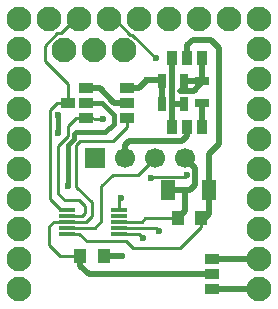
<source format=gbr>
G04 #@! TF.GenerationSoftware,KiCad,Pcbnew,6.0.4-1.fc34*
G04 #@! TF.CreationDate,2023-10-23T18:29:31+02:00*
G04 #@! TF.ProjectId,Microduino_ADC_DE,4d696372-6f64-4756-996e-6f5f4144435f,1.0*
G04 #@! TF.SameCoordinates,Original*
G04 #@! TF.FileFunction,Copper,L2,Bot*
G04 #@! TF.FilePolarity,Positive*
%FSLAX46Y46*%
G04 Gerber Fmt 4.6, Leading zero omitted, Abs format (unit mm)*
G04 Created by KiCad (PCBNEW 6.0.4-1.fc34) date 2023-10-23 18:29:31*
%MOMM*%
%LPD*%
G01*
G04 APERTURE LIST*
G04 #@! TA.AperFunction,ComponentPad*
%ADD10R,1.700000X1.700000*%
G04 #@! TD*
G04 #@! TA.AperFunction,ComponentPad*
%ADD11C,1.700000*%
G04 #@! TD*
G04 #@! TA.AperFunction,ComponentPad*
%ADD12C,2.100000*%
G04 #@! TD*
G04 #@! TA.AperFunction,SMDPad,CuDef*
%ADD13R,1.270000X0.970000*%
G04 #@! TD*
G04 #@! TA.AperFunction,SMDPad,CuDef*
%ADD14R,1.000000X1.250000*%
G04 #@! TD*
G04 #@! TA.AperFunction,SMDPad,CuDef*
%ADD15R,1.300000X1.700000*%
G04 #@! TD*
G04 #@! TA.AperFunction,SMDPad,CuDef*
%ADD16R,0.970000X1.270000*%
G04 #@! TD*
G04 #@! TA.AperFunction,SMDPad,CuDef*
%ADD17R,1.300000X0.700000*%
G04 #@! TD*
G04 #@! TA.AperFunction,SMDPad,CuDef*
%ADD18R,0.700000X1.300000*%
G04 #@! TD*
G04 #@! TA.AperFunction,SMDPad,CuDef*
%ADD19R,1.400000X0.300000*%
G04 #@! TD*
G04 #@! TA.AperFunction,ViaPad*
%ADD20C,0.600000*%
G04 #@! TD*
G04 #@! TA.AperFunction,Conductor*
%ADD21C,0.250000*%
G04 #@! TD*
G04 #@! TA.AperFunction,Conductor*
%ADD22C,0.500000*%
G04 #@! TD*
G04 #@! TA.AperFunction,Conductor*
%ADD23C,0.400000*%
G04 #@! TD*
G04 APERTURE END LIST*
D10*
X147711000Y-77025000D03*
D11*
X150251000Y-77025000D03*
X152791000Y-77025000D03*
X155331000Y-77025000D03*
D12*
X161581000Y-88165000D03*
X161581000Y-85625000D03*
X161581000Y-83085000D03*
X161581000Y-80545000D03*
X161581000Y-78005000D03*
X161581000Y-75465000D03*
X161581000Y-72925000D03*
X161581000Y-70385000D03*
X161581000Y-67845000D03*
X161581000Y-65305000D03*
X159041000Y-65305000D03*
X156501000Y-65305000D03*
X153961000Y-65305000D03*
X151421000Y-65305000D03*
X148881000Y-65305000D03*
X146341000Y-65305000D03*
X143801000Y-65305000D03*
X141261000Y-65305000D03*
X141261000Y-67845000D03*
X141261000Y-70385000D03*
X141261000Y-72925000D03*
X141261000Y-75465000D03*
X141261000Y-78005000D03*
X141261000Y-80545000D03*
X141261000Y-83085000D03*
X141261000Y-85625000D03*
X141261000Y-88165000D03*
D13*
X157611000Y-85630000D03*
X157611000Y-86900000D03*
X157611000Y-88170000D03*
D12*
X145061000Y-67875000D03*
X147601000Y-67875000D03*
X150141000Y-67875000D03*
D14*
X146461000Y-85375000D03*
X148461000Y-85375000D03*
X156686000Y-82150000D03*
X154686000Y-82150000D03*
D15*
X157386000Y-79800000D03*
X153886000Y-79800000D03*
D13*
X150436000Y-73670000D03*
X150436000Y-72400000D03*
X150436000Y-71130000D03*
X146936000Y-73695000D03*
X146936000Y-72425000D03*
X146936000Y-71155000D03*
X145386000Y-72425000D03*
D16*
X156756000Y-74400000D03*
X155486000Y-74400000D03*
X154216000Y-74400000D03*
X156756000Y-68575000D03*
X155486000Y-68575000D03*
X154216000Y-68575000D03*
D17*
X156761000Y-70525000D03*
X156761000Y-72425000D03*
D18*
X155236000Y-72450000D03*
X153336000Y-72450000D03*
X155236000Y-70525000D03*
X153336000Y-70525000D03*
D19*
X149761000Y-81450000D03*
X149761000Y-81950000D03*
X149761000Y-82450000D03*
X149761000Y-82950000D03*
X149761000Y-83450000D03*
X145361000Y-83450000D03*
X145361000Y-82950000D03*
X145361000Y-82450000D03*
X145361000Y-81950000D03*
X145361000Y-81450000D03*
D20*
X144526000Y-74930000D03*
X152400000Y-78740000D03*
X155448000Y-78486000D03*
X152861000Y-68600000D03*
X148336000Y-73750000D03*
X152086000Y-70425000D03*
X149961000Y-85375000D03*
X151786000Y-83800000D03*
X144526000Y-73426999D03*
X153136000Y-83250000D03*
X149927752Y-80472010D03*
X145411000Y-79450000D03*
D21*
X148236000Y-79425000D02*
X149179678Y-78481322D01*
X145361000Y-82950000D02*
X147686000Y-82950000D01*
X152400000Y-78740000D02*
X152514511Y-78625489D01*
D22*
X155331000Y-77025000D02*
X156197501Y-77891501D01*
D21*
X149761000Y-81450000D02*
X149761000Y-80638762D01*
X151334678Y-78481322D02*
X152791000Y-77025000D01*
X148236000Y-82400000D02*
X148236000Y-79425000D01*
D22*
X156197501Y-77891501D02*
X156197501Y-79304455D01*
D21*
X155308511Y-78625489D02*
X155448000Y-78486000D01*
D22*
X155701956Y-79800000D02*
X155331000Y-79800000D01*
D21*
X152514511Y-78625489D02*
X155308511Y-78625489D01*
D22*
X156197501Y-79304455D02*
X155701956Y-79800000D01*
D21*
X149179678Y-78481322D02*
X151334678Y-78481322D01*
X147686000Y-82950000D02*
X148236000Y-82400000D01*
X149761000Y-80638762D02*
X149927752Y-80472010D01*
D22*
X157616000Y-88165000D02*
X157611000Y-88170000D01*
X161581000Y-88165000D02*
X157616000Y-88165000D01*
X157616000Y-85625000D02*
X157611000Y-85630000D01*
X161581000Y-85625000D02*
X157616000Y-85625000D01*
D21*
X149391000Y-65305000D02*
X150686000Y-66600000D01*
X150686000Y-66600000D02*
X150861000Y-66600000D01*
X150861000Y-66600000D02*
X152861000Y-68600000D01*
X148336000Y-73750000D02*
X148306000Y-73720000D01*
X148306000Y-73720000D02*
X146936000Y-73695000D01*
X145404501Y-75188678D02*
X144586000Y-76007179D01*
X145404501Y-74341499D02*
X145404501Y-75188678D01*
X144586000Y-76007179D02*
X144586000Y-80125000D01*
X146611000Y-81950000D02*
X145361000Y-81950000D01*
X146811000Y-81750000D02*
X146611000Y-81950000D01*
X146811000Y-81125000D02*
X146811000Y-81750000D01*
X146336000Y-80650000D02*
X146811000Y-81125000D01*
X146936000Y-73695000D02*
X146051000Y-73695000D01*
X146051000Y-73695000D02*
X145404501Y-74341499D01*
X144586000Y-80125000D02*
X145111000Y-80650000D01*
X145111000Y-80650000D02*
X146336000Y-80650000D01*
X148881000Y-65305000D02*
X149391000Y-65305000D01*
X145981000Y-65305000D02*
X144786000Y-66500000D01*
X144786000Y-66500000D02*
X144486000Y-66500000D01*
X144486000Y-66500000D02*
X143436000Y-67550000D01*
X143436000Y-67550000D02*
X143436000Y-68850000D01*
X143436000Y-68850000D02*
X145386000Y-70800000D01*
X145386000Y-70800000D02*
X145386000Y-72425000D01*
X145361000Y-81450000D02*
X144811000Y-81450000D01*
X143901499Y-80540499D02*
X143901499Y-72959501D01*
X146341000Y-65305000D02*
X145981000Y-65305000D01*
X143901499Y-72959501D02*
X144436000Y-72425000D01*
X144811000Y-81450000D02*
X143901499Y-80540499D01*
X144436000Y-72425000D02*
X145386000Y-72425000D01*
D22*
X155331000Y-81505000D02*
X154686000Y-82150000D01*
X155331000Y-79800000D02*
X155331000Y-81505000D01*
D21*
X151661000Y-82450000D02*
X151961000Y-82150000D01*
X151961000Y-82150000D02*
X154686000Y-82150000D01*
D22*
X151381000Y-71130000D02*
X152086000Y-70425000D01*
X153236000Y-70425000D02*
X153336000Y-70525000D01*
X150436000Y-71130000D02*
X151381000Y-71130000D01*
X148461000Y-85375000D02*
X149961000Y-85375000D01*
X152086000Y-70425000D02*
X153236000Y-70425000D01*
D21*
X149761000Y-82450000D02*
X151661000Y-82450000D01*
D22*
X153886000Y-79800000D02*
X155331000Y-79800000D01*
X153336000Y-70525000D02*
X153336000Y-72450000D01*
D21*
X151436000Y-83450000D02*
X151786000Y-83800000D01*
X149761000Y-83450000D02*
X151436000Y-83450000D01*
D23*
X144526000Y-74930000D02*
X144526000Y-73426999D01*
D21*
X152836000Y-82950000D02*
X153136000Y-83250000D01*
X149761000Y-82950000D02*
X152836000Y-82950000D01*
X144186000Y-82450000D02*
X143836000Y-82800000D01*
X143836000Y-82800000D02*
X143836000Y-84450000D01*
X143836000Y-84450000D02*
X144761000Y-85375000D01*
X144761000Y-85375000D02*
X146461000Y-85375000D01*
D22*
X146461000Y-86175000D02*
X147186000Y-86900000D01*
X147186000Y-86900000D02*
X157611000Y-86900000D01*
D21*
X146453521Y-75623198D02*
X146111000Y-75965719D01*
X149217802Y-75623198D02*
X146453521Y-75623198D01*
X150436000Y-74405000D02*
X149217802Y-75623198D01*
D22*
X146461000Y-85375000D02*
X146461000Y-86175000D01*
D21*
X150436000Y-73670000D02*
X150436000Y-74405000D01*
X147411000Y-82000000D02*
X146961000Y-82450000D01*
X146111000Y-75965719D02*
X146111000Y-79475000D01*
X146961000Y-82450000D02*
X145361000Y-82450000D01*
X145361000Y-82450000D02*
X144186000Y-82450000D01*
X146111000Y-79475000D02*
X147411000Y-80775000D01*
X147411000Y-80775000D02*
X147411000Y-82000000D01*
D22*
X157036000Y-82150000D02*
X157386000Y-81800000D01*
X157386000Y-81800000D02*
X157386000Y-79800000D01*
X157386000Y-76700000D02*
X158211000Y-75875000D01*
X158211000Y-75875000D02*
X158211000Y-67725000D01*
X158211000Y-67725000D02*
X157511000Y-67025000D01*
X157511000Y-67025000D02*
X155961000Y-67025000D01*
X155961000Y-67025000D02*
X155486000Y-67500000D01*
X155486000Y-67500000D02*
X155486000Y-68575000D01*
D21*
X146361000Y-83450000D02*
X146986000Y-84075000D01*
X146986000Y-84075000D02*
X150311000Y-84075000D01*
X150311000Y-84075000D02*
X150936000Y-84700000D01*
X150936000Y-84700000D02*
X154886000Y-84700000D01*
X154886000Y-84700000D02*
X156686000Y-82900000D01*
X156686000Y-82900000D02*
X156686000Y-82150000D01*
D22*
X156686000Y-82150000D02*
X157036000Y-82150000D01*
X157386000Y-79800000D02*
X157386000Y-76700000D01*
D21*
X145361000Y-83450000D02*
X146361000Y-83450000D01*
D22*
X149336000Y-72400000D02*
X148091000Y-71155000D01*
X148091000Y-71155000D02*
X146936000Y-71155000D01*
X150436000Y-72400000D02*
X149336000Y-72400000D01*
D23*
X145929012Y-75030758D02*
X145929011Y-75405938D01*
X146109770Y-74850000D02*
X145929012Y-75030758D01*
X145929011Y-75405938D02*
X145411000Y-75923949D01*
X145411000Y-75923949D02*
X145411000Y-79450000D01*
X149261000Y-74150000D02*
X148561000Y-74850000D01*
X148311000Y-72425000D02*
X149261000Y-73375000D01*
X148561000Y-74850000D02*
X146109770Y-74850000D01*
X149261000Y-73375000D02*
X149261000Y-74150000D01*
X146936000Y-72425000D02*
X148311000Y-72425000D01*
D22*
X156761000Y-74395000D02*
X156756000Y-74400000D01*
X156761000Y-72425000D02*
X156761000Y-74395000D01*
X155486000Y-75175000D02*
X155036000Y-75625000D01*
X155036000Y-75625000D02*
X150561000Y-75625000D01*
X150561000Y-75625000D02*
X150251000Y-75935000D01*
X150251000Y-75935000D02*
X150251000Y-77025000D01*
X155486000Y-74400000D02*
X155486000Y-75175000D01*
X154216000Y-72450000D02*
X154216000Y-74400000D01*
X154216000Y-68575000D02*
X154216000Y-72450000D01*
X155236000Y-72450000D02*
X154216000Y-72450000D01*
X156756000Y-70520000D02*
X156761000Y-70525000D01*
X156756000Y-69380000D02*
X156756000Y-70520000D01*
X156756000Y-69380000D02*
X156756000Y-70630000D01*
X156035511Y-71350489D02*
X154915520Y-71350489D01*
X156756000Y-70630000D02*
X156035511Y-71350489D01*
X155236000Y-70525000D02*
X156761000Y-70525000D01*
X156756000Y-68575000D02*
X156756000Y-69380000D01*
M02*

</source>
